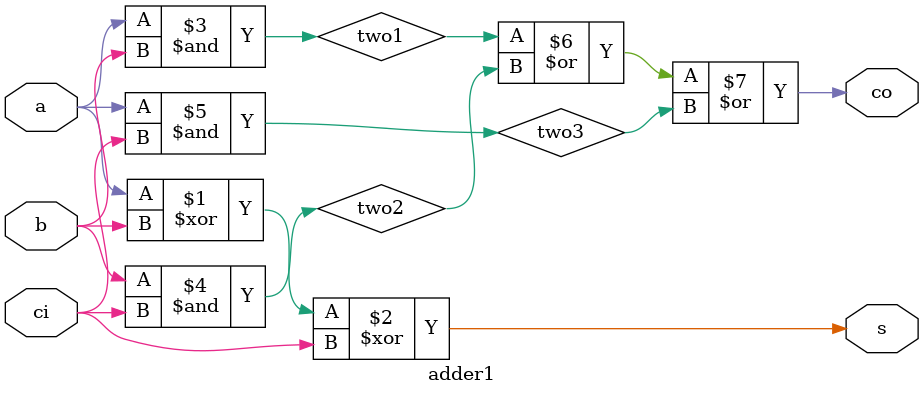
<source format=v>
module adder1(
    input a, b, ci,
    output s, co
    );

wire two1, two2, two3;

xor xor1(s, a, b, ci);

and and1(two1, a, b);
and and2(two2, b, ci);
and and3(two3, a, ci);
or or1(co, two1, two2, two3);

endmodule
</source>
